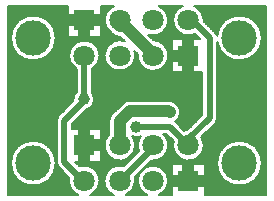
<source format=gtl>
G04 Layer_Physical_Order=1*
G04 Layer_Color=255*
%FSLAX24Y24*%
%MOIN*%
G70*
G01*
G75*
%ADD10C,0.0079*%
%ADD11C,0.0197*%
%ADD12C,0.0394*%
%ADD13C,0.0709*%
%ADD14C,0.1181*%
%ADD15R,0.0709X0.0709*%
%ADD16C,0.0394*%
D10*
X29947Y28425D02*
G03*
X29947Y28425I-748J0D01*
G01*
D02*
G03*
X29947Y28425I-748J0D01*
G01*
X29980Y28465D02*
G03*
X30056Y28283I256J0D01*
G01*
X29980Y28465D02*
G03*
X30055Y28284I256J0D01*
G01*
X30399Y27940D02*
G03*
X30703Y27362I501J-105D01*
G01*
X31097D02*
G03*
X31412Y27835I-197J472D01*
G01*
D02*
G03*
X30741Y28321I-512J0D01*
G01*
X32218Y28328D02*
G03*
X31884Y27362I-137J-493D01*
G01*
X32278D02*
G03*
X32593Y27835I-197J472D01*
G01*
X31727Y29385D02*
G03*
X32593Y29016I354J-369D01*
G01*
D02*
G03*
X32490Y29324I-512J0D01*
G01*
D02*
G03*
X32777Y29320I148J322D01*
G01*
X30055Y30023D02*
G03*
X29980Y29843I181J-181D01*
G01*
X30056Y30024D02*
G03*
X29980Y29843I181J-181D01*
G01*
X30644Y30810D02*
G03*
X30535Y30503I242J-259D01*
G01*
X29947Y32598D02*
G03*
X29947Y32598I-748J0D01*
G01*
D02*
G03*
X29947Y32598I-748J0D01*
G01*
X30960Y30205D02*
G03*
X31240Y30551I-75J346D01*
G01*
D02*
G03*
X31156Y30780I-354J0D01*
G01*
X31831Y30063D02*
G03*
X31727Y29813I251J-251D01*
G01*
X31831Y30064D02*
G03*
X31727Y29813I250J-251D01*
G01*
X32426Y30512D02*
G03*
X32175Y30408I0J-354D01*
G01*
X32426Y30512D02*
G03*
X32175Y30408I0J-354D01*
G01*
X31412Y32008D02*
G03*
X30644Y31565I-512J0D01*
G01*
X31156D02*
G03*
X31412Y32008I-256J443D01*
G01*
X31884Y33661D02*
G03*
X31828Y32744I197J-472D01*
G01*
X32241Y32494D02*
G03*
X32593Y32008I-160J-486D01*
G01*
X31828Y32744D02*
G03*
X32081Y32638I253J248D01*
G01*
X32593Y27835D02*
G03*
X32577Y27963I-512J0D01*
G01*
X33386Y27362D02*
G03*
X33701Y27835I-197J472D01*
G01*
D02*
G03*
X32992Y27362I-512J0D01*
G01*
X32777Y29320D02*
G03*
X32714Y28824I412J-304D01*
G01*
X33122Y28508D02*
G03*
X33701Y29016I67J507D01*
G01*
D02*
G03*
X33538Y29390I-512J0D01*
G01*
X33876Y29148D02*
G03*
X34882Y29016I494J-132D01*
G01*
D02*
G03*
X34805Y29286I-512J0D01*
G01*
X34321Y29525D02*
G03*
X34238Y29510I49J-509D01*
G01*
X36819Y28425D02*
G03*
X36819Y28425I-748J0D01*
G01*
D02*
G03*
X36819Y28425I-748J0D01*
G01*
X35259Y29740D02*
G03*
X35335Y29921I-181J181D01*
G01*
X35260Y29740D02*
G03*
X35335Y29921I-181J181D01*
G01*
X32593Y32008D02*
G03*
X32567Y32168I-512J0D01*
G01*
X32679Y32056D02*
G03*
X33701Y32008I510J-48D01*
G01*
D02*
G03*
X33218Y32519I-512J0D01*
G01*
X33929Y29818D02*
G03*
X34094Y30118I-189J300D01*
G01*
X33952Y30408D02*
G03*
X33701Y30512I-251J-250D01*
G01*
X34094Y30118D02*
G03*
X33991Y30369I-354J0D01*
G01*
X33951Y30408D02*
G03*
X33701Y30512I-251J-251D01*
G01*
X33929Y29818D02*
G03*
X34094Y30118I-189J300D01*
G01*
D02*
G03*
X33990Y30369I-354J0D01*
G01*
X33037Y32700D02*
G03*
X33701Y33189I152J489D01*
G01*
D02*
G03*
X33386Y33661I-512J0D01*
G01*
X34173D02*
G03*
X34589Y32726I197J-472D01*
G01*
X35335Y32466D02*
G03*
X36819Y32598I736J132D01*
G01*
X35335Y32466D02*
G03*
X36819Y32598I736J132D01*
G01*
X35326Y32665D02*
G03*
X35259Y32780I-247J-67D01*
G01*
X35326Y32665D02*
G03*
X35260Y32779I-247J-67D01*
G01*
X36819Y32598D02*
G03*
X35326Y32665I-748J0D01*
G01*
X36819Y32598D02*
G03*
X35326Y32665I-748J0D01*
G01*
X34881Y33158D02*
G03*
X34882Y33189I-511J31D01*
G01*
D02*
G03*
X34567Y33661I-512J0D01*
G01*
X28760Y27362D02*
Y27820D01*
X28701Y27362D02*
Y27867D01*
X28878Y27362D02*
Y27750D01*
X28819Y27362D02*
Y27781D01*
X28524Y27362D02*
Y28104D01*
X28465Y27362D02*
Y28285D01*
X28642Y27362D02*
Y27926D01*
X28583Y27362D02*
Y28002D01*
X29114Y27362D02*
Y27682D01*
X28346Y27520D02*
X30497D01*
X29232Y27362D02*
Y27678D01*
X29173Y27362D02*
Y27678D01*
X28996Y27362D02*
Y27705D01*
X28937Y27362D02*
Y27725D01*
X29350Y27362D02*
Y27693D01*
X29055Y27362D02*
Y27691D01*
X29291Y27362D02*
Y27683D01*
X28346Y28169D02*
X28496D01*
X28346Y28228D02*
X28478D01*
X28346Y28051D02*
X28551D01*
X28346Y28110D02*
X28521D01*
X28346Y28405D02*
X28451D01*
X28346Y28465D02*
X28452D01*
X28346Y28287D02*
X28464D01*
X28346Y28346D02*
X28455D01*
X28346Y27579D02*
X30457D01*
X28346Y27638D02*
X30428D01*
X29369Y27697D02*
X30407D01*
X28346D02*
X29029D01*
X28346Y27933D02*
X28636D01*
X28346Y27992D02*
X28589D01*
X28346Y27756D02*
X28865D01*
X28346Y27874D02*
X28694D01*
X28346Y27815D02*
X28767D01*
X29468Y27362D02*
Y27727D01*
X29409Y27362D02*
Y27707D01*
X29587Y27362D02*
Y27785D01*
X29527Y27362D02*
Y27753D01*
X29705Y27362D02*
Y27874D01*
X29646Y27362D02*
Y27825D01*
X29823Y27362D02*
Y28012D01*
X29764Y27362D02*
Y27934D01*
X30413Y27362D02*
Y27676D01*
X30354Y27362D02*
Y27985D01*
X30531Y27362D02*
Y27480D01*
X30472Y27362D02*
Y27553D01*
X29941Y27362D02*
Y28328D01*
X29882Y27362D02*
Y28119D01*
X30295Y27362D02*
Y28044D01*
X30000Y27362D02*
Y28366D01*
X30236Y27362D02*
Y28103D01*
X29902Y28169D02*
X30170D01*
X29921Y28228D02*
X30111D01*
X30118Y27362D02*
Y28221D01*
X30059Y27362D02*
Y28280D01*
X29934Y28287D02*
X30052D01*
X29943Y28346D02*
X30009D01*
X29947Y28405D02*
X29987D01*
X29946Y28465D02*
X29980D01*
X29533Y27756D02*
X30394D01*
X29632Y27815D02*
X30389D01*
X29705Y27874D02*
X30390D01*
X29763Y27933D02*
X30398D01*
X29809Y27992D02*
X30347D01*
X29847Y28051D02*
X30288D01*
X30177Y27362D02*
Y28162D01*
X29878Y28110D02*
X30229D01*
X30056Y28283D02*
X30399Y27940D01*
X28346Y28642D02*
X28483D01*
X28346Y28701D02*
X28504D01*
X28346Y28524D02*
X28458D01*
X28346Y28583D02*
X28468D01*
X28405Y27362D02*
Y33661D01*
X28346Y27362D02*
Y33661D01*
X28465Y28566D02*
Y32458D01*
X28524Y28746D02*
Y32277D01*
X28346Y28878D02*
X28604D01*
X28346Y28937D02*
X28654D01*
X28346Y28760D02*
X28530D01*
X28346Y28819D02*
X28563D01*
X28583Y28849D02*
Y32175D01*
X28642Y28924D02*
Y32100D01*
X28701Y28983D02*
Y32041D01*
X28346Y29114D02*
X28908D01*
X28346Y29173D02*
X29190D01*
X28346Y28996D02*
X28716D01*
X28346Y29055D02*
X28796D01*
X28760Y29031D02*
Y31993D01*
X28346Y29232D02*
X29980D01*
X28819Y29069D02*
Y31954D01*
X28878Y29101D02*
Y31923D01*
X28346Y29409D02*
X29980D01*
X28346Y29468D02*
X29980D01*
X28346Y29291D02*
X29980D01*
X28346Y29350D02*
X29980D01*
X28346Y29705D02*
X29980D01*
X28346Y29764D02*
X29980D01*
X28346Y29527D02*
X29980D01*
X28346Y29646D02*
X29980D01*
X28346Y29587D02*
X29980D01*
X29915Y28642D02*
X29980D01*
X29705Y28977D02*
Y32047D01*
X29980Y28465D02*
Y29843D01*
X29930Y28583D02*
X29980D01*
X29823Y28838D02*
Y32185D01*
X29764Y28916D02*
Y32108D01*
X29941Y28523D02*
Y32501D01*
X29882Y28731D02*
Y32293D01*
X29941Y28524D02*
X29980D01*
X29895Y28701D02*
X29980D01*
X29745Y28937D02*
X29980D01*
X29683Y28996D02*
X29980D01*
X29868Y28760D02*
X29980D01*
X29795Y28878D02*
X29980D01*
X29835Y28819D02*
X29980D01*
X29114Y29168D02*
Y31855D01*
X29173Y29173D02*
Y31851D01*
X29291Y29168D02*
Y31856D01*
X29232Y29172D02*
Y31851D01*
X28937Y29126D02*
Y31898D01*
X28996Y29145D02*
Y31879D01*
X29409Y29143D02*
Y31881D01*
X29055Y29159D02*
Y31864D01*
X29350Y29158D02*
Y31866D01*
X29491Y29114D02*
X29980D01*
X29209Y29173D02*
X29980D01*
X29603Y29055D02*
X29980D01*
X30492Y29567D02*
Y29737D01*
X29527Y29097D02*
Y31926D01*
X29468Y29123D02*
Y31901D01*
X29646Y29025D02*
Y31998D01*
X29587Y29065D02*
Y31958D01*
X30531Y29567D02*
Y29776D01*
X28346Y27362D02*
X30703D01*
X28346Y27402D02*
X30627D01*
X31181Y27362D02*
Y27407D01*
X30590Y27362D02*
Y27427D01*
X28346Y27461D02*
X30551D01*
X31240Y27362D02*
Y27452D01*
Y28217D02*
Y28465D01*
X31097Y27362D02*
X31884D01*
X31173Y27402D02*
X31808D01*
X31299Y27362D02*
Y27514D01*
X31249Y27461D02*
X31732D01*
X31299Y28155D02*
Y28465D01*
X31287Y28169D02*
X31694D01*
X31227Y28228D02*
X31754D01*
X30598Y28465D02*
X30741Y28321D01*
X30650Y28413D02*
Y28465D01*
X30716Y28346D02*
X30892D01*
X30709Y28354D02*
Y28465D01*
X30768Y28329D02*
Y28465D01*
X30827Y28341D02*
Y28465D01*
X30945Y28344D02*
Y28465D01*
X30886Y28346D02*
Y28465D01*
X30657Y28405D02*
X32296D01*
X30598Y28465D02*
X32355D01*
X31139Y28287D02*
X31842D01*
X30908Y28346D02*
X32073D01*
X31004Y28336D02*
Y28465D01*
X30598D02*
X31451D01*
X31181Y28262D02*
Y28465D01*
X31063Y28320D02*
Y28465D01*
X31122Y28296D02*
Y28465D01*
X31653Y27362D02*
Y27553D01*
X31303Y27520D02*
X31678D01*
X31772Y27362D02*
Y27427D01*
X31713Y27362D02*
Y27480D01*
X31417Y27362D02*
Y28465D01*
X31358Y27362D02*
Y27607D01*
X31594Y27362D02*
Y27676D01*
X32278Y27362D02*
X32992D01*
X32354Y27402D02*
X32916D01*
X32421Y27362D02*
Y27452D01*
X32362Y27362D02*
Y27407D01*
X32430Y27461D02*
X32840D01*
X32480Y27362D02*
Y27514D01*
X32524Y27579D02*
X32746D01*
X32484Y27520D02*
X32786D01*
X31372Y27638D02*
X31609D01*
X31393Y27697D02*
X31588D01*
X31406Y27756D02*
X31575D01*
X31411Y27815D02*
X31570D01*
X31364Y28051D02*
X31617D01*
X31358Y28063D02*
Y28465D01*
X31410Y27874D02*
X31571D01*
X31402Y27933D02*
X31579D01*
X31387Y27992D02*
X31594D01*
X31343Y27579D02*
X31638D01*
X31331Y28110D02*
X31650D01*
X32067Y28346D02*
Y28504D01*
X32089Y28346D02*
X32236D01*
X31949Y28329D02*
Y28521D01*
X31451Y28524D02*
X31941D01*
X32185Y28336D02*
Y28515D01*
X32008Y28341D02*
Y28509D01*
X32126Y28344D02*
Y28506D01*
X31451Y28996D02*
X31570D01*
X31451Y29055D02*
X31571D01*
X30590Y29567D02*
Y29835D01*
X30827Y29567D02*
Y30071D01*
X30768Y29567D02*
Y30012D01*
X31451Y28878D02*
X31588D01*
X31451Y28937D02*
X31575D01*
X31451Y28701D02*
X31678D01*
X31451Y28760D02*
X31638D01*
X31451Y29291D02*
X31650D01*
X31451Y29350D02*
X31694D01*
X31451Y29114D02*
X31579D01*
X31451Y29173D02*
X31594D01*
X31451Y29232D02*
X31617D01*
X30709Y29567D02*
Y29953D01*
X30650Y29567D02*
Y29894D01*
X30945Y29567D02*
Y30189D01*
X30886Y29567D02*
Y30130D01*
X31004Y29567D02*
Y30217D01*
X30492Y29737D02*
X30960Y30205D01*
X31122Y29567D02*
Y30287D01*
X31063Y29567D02*
Y30244D01*
X30492Y29646D02*
X31727D01*
X30492Y29705D02*
X31727D01*
X30492Y29567D02*
X31451D01*
X30492Y29587D02*
X31727D01*
X31240Y29567D02*
Y30550D01*
X31181Y29567D02*
Y30355D01*
X31417Y29567D02*
Y32638D01*
X31299Y29567D02*
Y31688D01*
X31358Y29567D02*
Y31780D01*
X31653Y28116D02*
Y28735D01*
X31713Y28190D02*
Y28661D01*
X31772Y28242D02*
Y28608D01*
X31831Y28281D02*
Y28569D01*
X31476Y27362D02*
Y33661D01*
X31451Y28465D02*
Y29567D01*
X31535Y27362D02*
Y33661D01*
X31594Y27993D02*
Y28857D01*
X31890Y28309D02*
Y28541D01*
X32221Y28524D02*
X32414D01*
X32244Y28354D02*
Y28531D01*
X32303Y28413D02*
Y28555D01*
X32218Y28328D02*
X32714Y28824D01*
X32362Y28472D02*
Y28588D01*
X32421Y28531D02*
Y28633D01*
X32354Y28583D02*
X32473D01*
X31451Y29409D02*
X31727D01*
X31451Y29468D02*
X31727D01*
X31451Y28642D02*
X31732D01*
X31451Y28819D02*
X31609D01*
X31594Y29174D02*
Y31849D01*
X31451Y29527D02*
X31727D01*
X31653Y29297D02*
Y31727D01*
X31713Y29371D02*
Y31653D01*
X31727Y29385D02*
Y29813D01*
X31451Y28583D02*
X31808D01*
X32430Y28642D02*
X32532D01*
X32480Y28590D02*
Y28695D01*
X32484Y28701D02*
X32591D01*
X32539Y28649D02*
Y28788D01*
X32524Y28760D02*
X32650D01*
X32512Y29291D02*
X32758D01*
X28346Y29941D02*
X30000D01*
X28346Y30000D02*
X30034D01*
X28346Y29823D02*
X29980D01*
X28346Y29882D02*
X29983D01*
X28346Y30177D02*
X30209D01*
X28346Y30236D02*
X30268D01*
X28346Y30059D02*
X30091D01*
X28346Y30118D02*
X30150D01*
X28346Y30413D02*
X30445D01*
X28346Y30472D02*
X30504D01*
X28346Y30295D02*
X30327D01*
X28346Y30354D02*
X30386D01*
X28346Y30709D02*
X30568D01*
X28346Y30768D02*
X30605D01*
X28346Y30531D02*
X30532D01*
X28346Y30590D02*
X30534D01*
X28346Y30650D02*
X30545D01*
X28346Y31535D02*
X30644D01*
X28346Y31594D02*
X30598D01*
X28346Y31417D02*
X30644D01*
X28346Y31476D02*
X30644D01*
X28346Y32185D02*
X28576D01*
X28346Y32244D02*
X28540D01*
X28346Y31653D02*
X30531D01*
X28346Y32126D02*
X28619D01*
X28346Y31004D02*
X30644D01*
X28346Y31063D02*
X30644D01*
X28346Y30886D02*
X30644D01*
X28346Y30945D02*
X30644D01*
X28346Y31299D02*
X30644D01*
X28346Y31358D02*
X30644D01*
X28346Y31122D02*
X30644D01*
X28346Y31240D02*
X30644D01*
X28346Y31181D02*
X30644D01*
X28346Y31831D02*
X30420D01*
X30413Y30382D02*
Y31849D01*
X28346Y31890D02*
X28960D01*
X28346Y31949D02*
X28828D01*
X30354Y30322D02*
Y32638D01*
X29439Y31890D02*
X30402D01*
X30056Y30024D02*
X30535Y30503D01*
X30531Y30500D02*
Y30550D01*
X30644Y30810D02*
Y31565D01*
X28346Y31713D02*
X30482D01*
X28346Y31772D02*
X30446D01*
X30472Y30441D02*
Y31727D01*
X30531Y30552D02*
Y31653D01*
X30590Y30747D02*
Y31600D01*
X28346Y32067D02*
X28673D01*
X28346Y32303D02*
X28512D01*
X29658Y32008D02*
X30388D01*
X28346D02*
X28740D01*
X28346Y32539D02*
X28454D01*
X28346Y32598D02*
X28451D01*
X28346Y32362D02*
X28489D01*
X28346Y32480D02*
X28461D01*
X28346Y32421D02*
X28472D01*
X29570Y31949D02*
X30392D01*
X29726Y32067D02*
X30392D01*
X29779Y32126D02*
X30402D01*
X29823Y32185D02*
X30420D01*
X29858Y32244D02*
X30446D01*
X29886Y32303D02*
X30482D01*
X29909Y32362D02*
X30531D01*
X30531Y32363D02*
Y32638D01*
X29926Y32421D02*
X30598D01*
X28346Y32776D02*
X28472D01*
X28346Y32835D02*
X28489D01*
X28346Y32657D02*
X28454D01*
X28346Y32716D02*
X28461D01*
X28346Y32894D02*
X28512D01*
X28346Y32953D02*
X28540D01*
X28465Y32739D02*
Y33661D01*
X28524Y32919D02*
Y33661D01*
X28346Y33130D02*
X28673D01*
X28346Y33189D02*
X28740D01*
X28346Y33012D02*
X28576D01*
X28346Y33071D02*
X28619D01*
X28583Y33022D02*
Y33661D01*
X28642Y33097D02*
Y33661D01*
X28701Y33156D02*
Y33661D01*
X28346Y33248D02*
X28828D01*
X28346Y33307D02*
X28960D01*
X28760Y33204D02*
Y33661D01*
X28819Y33243D02*
Y33661D01*
X28878Y33274D02*
Y33661D01*
X28937Y33299D02*
Y33661D01*
X28996Y33318D02*
Y33661D01*
X29055Y33332D02*
Y33661D01*
X28346Y33484D02*
X30349D01*
X28346Y33543D02*
X30349D01*
X28346Y33366D02*
X30349D01*
X28346Y33425D02*
X30349D01*
X28346Y33602D02*
X30349D01*
X28346Y33661D02*
X30349D01*
X29114Y33342D02*
Y33661D01*
X29173Y33346D02*
Y33661D01*
X28346D02*
X30349D01*
X30118Y30086D02*
Y33661D01*
X30177Y30145D02*
Y33661D01*
X30236Y30204D02*
Y33661D01*
X30295Y30263D02*
Y33661D01*
X29941Y32696D02*
Y33661D01*
X29882Y32904D02*
Y33661D01*
X30000Y29941D02*
Y33661D01*
X30059Y30027D02*
Y33661D01*
X30413Y32166D02*
Y32638D01*
X29945Y32657D02*
X30349D01*
X30472Y32289D02*
Y32638D01*
X30590Y32415D02*
Y32638D01*
X29909Y32835D02*
X30349D01*
X29887Y32894D02*
X30349D01*
Y32638D02*
Y33661D01*
X29926Y32776D02*
X30349D01*
X29938Y32716D02*
X30349D01*
X29587Y33238D02*
Y33661D01*
X29527Y33271D02*
Y33661D01*
X29705Y33150D02*
Y33661D01*
X29646Y33199D02*
Y33661D01*
X29291Y33341D02*
Y33661D01*
X29232Y33346D02*
Y33661D01*
X29468Y33296D02*
Y33661D01*
X29350Y33331D02*
Y33661D01*
X29409Y33316D02*
Y33661D01*
X29779Y33071D02*
X30349D01*
X29726Y33130D02*
X30349D01*
X29858Y32953D02*
X30349D01*
X29823Y33012D02*
X30349D01*
X29570Y33248D02*
X30349D01*
X29439Y33307D02*
X30349D01*
X29823Y33012D02*
Y33661D01*
X29764Y33089D02*
Y33661D01*
X29658Y33189D02*
X30349D01*
X30519Y29764D02*
X31727D01*
X30578Y29823D02*
X31727D01*
X30637Y29882D02*
X31734D01*
X30696Y29941D02*
X31751D01*
X30756Y30000D02*
X31780D01*
X31181Y30747D02*
Y31580D01*
X30815Y30059D02*
X31826D01*
X30874Y30118D02*
X31885D01*
X30933Y30177D02*
X31944D01*
X31048Y30236D02*
X32003D01*
X31131Y30295D02*
X32062D01*
X31180Y30354D02*
X32121D01*
X31212Y30413D02*
X32181D01*
X31203Y30709D02*
X34823D01*
X31226Y30650D02*
X34823D01*
X28346Y30827D02*
X30644D01*
X31156Y30886D02*
X34823D01*
X31156Y30945D02*
X34823D01*
X31156Y31004D02*
X34823D01*
X31156Y31476D02*
X33819D01*
X31156Y31535D02*
X31884D01*
X31156Y30780D02*
Y31565D01*
X31202Y31594D02*
X31779D01*
X31156Y31063D02*
X34823D01*
X31156Y31122D02*
X34823D01*
X31166Y30768D02*
X34823D01*
X31156Y30827D02*
X34823D01*
X31156Y31358D02*
X34823D01*
X31156Y31417D02*
X34823D01*
X31156Y31181D02*
X34823D01*
X31156Y31299D02*
X34823D01*
X31156Y31240D02*
X34823D01*
X32008Y30241D02*
Y31501D01*
X32067Y30300D02*
Y31496D01*
X31772Y29985D02*
Y31600D01*
X31831Y30063D02*
Y31562D01*
X31890Y30122D02*
Y31533D01*
X31949Y30182D02*
Y31513D01*
X31831Y30064D02*
X32175Y30408D01*
X31231Y30472D02*
X32263D01*
X32126Y30359D02*
Y31498D01*
X32185Y30417D02*
Y31507D01*
X32244Y30462D02*
Y31523D01*
X32303Y30490D02*
Y31547D01*
X32362Y30506D02*
Y31580D01*
X31240Y30552D02*
Y31625D01*
X31269Y31653D02*
X31712D01*
X32421Y30512D02*
Y31625D01*
X31318Y31713D02*
X31663D01*
X31354Y31772D02*
X31627D01*
X31380Y31831D02*
X31601D01*
X31398Y31890D02*
X31583D01*
X31412Y32008D02*
X31569D01*
X31408Y31949D02*
X31573D01*
X31240Y30531D02*
X34823D01*
X31238Y30590D02*
X34823D01*
X32426Y30512D02*
X33701D01*
X32278Y31535D02*
X32992D01*
X32383Y31594D02*
X32887D01*
X32450Y31653D02*
X32820D01*
X32480Y30512D02*
Y31688D01*
X32535Y31772D02*
X32735D01*
X32499Y31713D02*
X32771D01*
X29938Y32480D02*
X30703D01*
X30650Y32454D02*
Y32638D01*
X31122Y32469D02*
Y32638D01*
X31240Y32390D02*
Y32638D01*
X31181Y32436D02*
Y32638D01*
X31358Y32236D02*
Y32638D01*
X31299Y32328D02*
Y32638D01*
X31380Y32185D02*
X31601D01*
X31408Y32067D02*
X31573D01*
X31398Y32126D02*
X31583D01*
X31202Y32421D02*
X31779D01*
X31097Y32480D02*
X31884D01*
X31354Y32244D02*
X31627D01*
X31318Y32303D02*
X31663D01*
X31269Y32362D02*
X31712D01*
X30709Y32483D02*
Y32638D01*
X30768Y32502D02*
Y32638D01*
X30827Y32514D02*
Y32638D01*
X30886Y32519D02*
Y32638D01*
X31004Y32509D02*
Y32638D01*
X30945Y32518D02*
Y32638D01*
X29945Y32539D02*
X32196D01*
X29947Y32598D02*
X32137D01*
X31063Y32493D02*
Y32638D01*
X30349D02*
X31451D01*
Y32716D02*
X31858D01*
X31451Y32657D02*
X31965D01*
X31451Y33366D02*
X31601D01*
X31451Y33425D02*
X31627D01*
X31713Y32363D02*
Y32834D01*
X31451Y32776D02*
X31779D01*
X31772Y32415D02*
Y32781D01*
X31831Y32454D02*
Y32741D01*
X31451Y32638D02*
Y33661D01*
X31594Y32166D02*
Y33031D01*
X31653Y32289D02*
Y32908D01*
X32097Y32638D02*
X32241Y32494D01*
X32185Y32509D02*
Y32550D01*
X32126Y32518D02*
Y32609D01*
X31890Y32483D02*
Y32694D01*
X31949Y32502D02*
Y32663D01*
X32008Y32514D02*
Y32645D01*
X32067Y32519D02*
Y32638D01*
X31451Y33071D02*
X31583D01*
X31451Y33130D02*
X31573D01*
X31451Y32953D02*
X31627D01*
X31451Y33012D02*
X31601D01*
X31451Y33189D02*
X31569D01*
X31451Y33248D02*
X31573D01*
X31451Y33307D02*
X31583D01*
X31594Y33347D02*
Y33661D01*
X31653Y33470D02*
Y33661D01*
X31451Y33484D02*
X31663D01*
X31451Y33543D02*
X31712D01*
X31451Y32835D02*
X31712D01*
X31451Y32894D02*
X31663D01*
X31451Y33602D02*
X31779D01*
X31451Y33661D02*
X31884D01*
X31713Y33544D02*
Y33661D01*
X31772Y33597D02*
Y33661D01*
X31451D02*
X31884D01*
X32539Y27362D02*
Y27607D01*
X32587Y27756D02*
X32683D01*
X32593Y27815D02*
X32678D01*
X32591Y27874D02*
X32679D01*
X32583Y27933D02*
X32687D01*
X32657Y27362D02*
Y28044D01*
X32598Y27362D02*
Y27984D01*
X32835Y27362D02*
Y27465D01*
X32776Y27362D02*
Y27533D01*
X33386Y27362D02*
X33819D01*
X32894D02*
Y27417D01*
X32554Y27638D02*
X32717D01*
X32574Y27697D02*
X32696D01*
X32716Y27362D02*
Y27638D01*
X32606Y27992D02*
X32702D01*
X32665Y28051D02*
X32725D01*
X32716Y28031D02*
Y28103D01*
X32724Y28110D02*
X32758D01*
X32901Y28287D02*
X32950D01*
X32953Y28289D02*
Y28339D01*
X33012Y28315D02*
Y28398D01*
X33071Y28333D02*
Y28457D01*
X32960Y28346D02*
X33181D01*
X33189Y28346D02*
Y28504D01*
X33248Y28343D02*
Y28507D01*
X33197Y28346D02*
X33819D01*
X32577Y27963D02*
X33122Y28508D01*
X33130Y28343D02*
Y28507D01*
X33366Y28315D02*
Y28536D01*
X33307Y28333D02*
Y28518D01*
X33329Y28524D02*
X34230D01*
X33484Y27362D02*
Y27417D01*
X33462Y27402D02*
X33819D01*
X33543Y27362D02*
Y27465D01*
X33538Y27461D02*
X33819D01*
X33602Y27362D02*
Y27533D01*
X33592Y27520D02*
X33819D01*
Y27362D02*
Y28386D01*
X33661Y27362D02*
Y27638D01*
X33632Y27579D02*
X33819D01*
X33661Y27638D02*
X33819D01*
X33682Y27697D02*
X33819D01*
X33695Y27756D02*
X33819D01*
X33699Y27874D02*
X33819D01*
X33691Y27933D02*
X33819D01*
X33700Y27815D02*
X33819D01*
X33620Y28110D02*
X33819D01*
X33576Y28169D02*
X33819D01*
X33676Y27992D02*
X33819D01*
X33653Y28051D02*
X33819D01*
X33428Y28287D02*
X33819D01*
X33425Y28289D02*
Y28562D01*
X33516Y28228D02*
X33819D01*
X33462Y28583D02*
X34097D01*
X34134Y28386D02*
Y28562D01*
X34370Y28386D02*
Y28504D01*
X34311Y28386D02*
Y28507D01*
X34488Y28386D02*
Y28518D01*
X34429Y28386D02*
Y28507D01*
X34252Y28386D02*
Y28518D01*
X34193Y28386D02*
Y28536D01*
X34665Y28386D02*
Y28598D01*
X34547Y28386D02*
Y28536D01*
X34606Y28386D02*
Y28562D01*
X32554Y28819D02*
X32709D01*
X32574Y28878D02*
X32696D01*
X33543Y28204D02*
Y28646D01*
X33484Y28253D02*
Y28598D01*
X32598Y28708D02*
Y29294D01*
X32587Y28937D02*
X32683D01*
X32657Y28767D02*
Y29292D01*
X33538Y28642D02*
X34021D01*
X33592Y28701D02*
X33967D01*
X33602Y28137D02*
Y28714D01*
X33632Y28760D02*
X33927D01*
X33661Y28032D02*
Y28819D01*
X33661Y28819D02*
X33898D01*
X33695Y28937D02*
X33864D01*
X33682Y28878D02*
X33877D01*
X32583Y29114D02*
X32687D01*
X32568Y29173D02*
X32702D01*
X32593Y28996D02*
X32678D01*
X32591Y29055D02*
X32679D01*
X32545Y29232D02*
X32725D01*
X32539Y29244D02*
Y29305D01*
X32716Y29212D02*
Y29300D01*
X33602Y29318D02*
Y29390D01*
X33653Y29232D02*
X33792D01*
X33620Y29291D02*
X33733D01*
X33691Y29114D02*
X33868D01*
X33676Y29173D02*
X33851D01*
X33538Y29390D02*
X33634D01*
X33876Y29148D01*
X33661Y29213D02*
Y29363D01*
X33576Y29350D02*
X33674D01*
X33898Y28386D02*
Y28819D01*
X33700Y28996D02*
X33859D01*
X34016Y28386D02*
Y28646D01*
X33957Y28386D02*
Y28714D01*
X33720Y27362D02*
Y29304D01*
X33699Y29055D02*
X33860D01*
X33779Y27362D02*
Y29244D01*
X33839Y28386D02*
Y29185D01*
X34724Y28386D02*
Y28646D01*
X34075Y28386D02*
Y28598D01*
X34842Y28386D02*
Y28819D01*
X34783Y28386D02*
Y28714D01*
X33929Y29818D02*
X34238Y29510D01*
X34842Y29213D02*
Y29323D01*
X34016Y29732D02*
Y29895D01*
X33957Y29791D02*
Y29838D01*
X34220Y29527D02*
X34323D01*
X34075Y29673D02*
Y30001D01*
X34193Y29555D02*
Y31457D01*
X34134Y29614D02*
Y31457D01*
X34252Y29514D02*
Y31457D01*
X34311Y29524D02*
Y31457D01*
X34370Y29574D02*
Y31457D01*
X34043Y29705D02*
X34500D01*
X33984Y29764D02*
X34559D01*
X34161Y29587D02*
X34382D01*
X34102Y29646D02*
X34441D01*
X34321Y29525D02*
X34823Y30027D01*
X34429Y29633D02*
Y31457D01*
X34488Y29693D02*
Y31457D01*
X34547Y29752D02*
Y31457D01*
X34606Y29811D02*
Y31457D01*
X35551Y27362D02*
Y27887D01*
X35492Y27362D02*
Y27951D01*
X35669Y27362D02*
Y27794D01*
X35610Y27362D02*
Y27836D01*
X34921Y27362D02*
Y28386D01*
X35433Y27362D02*
Y28034D01*
X35374Y27362D02*
Y28153D01*
X34921Y27461D02*
X36969D01*
X34921Y27520D02*
X36969D01*
X34921Y27362D02*
X36969D01*
X34921Y27402D02*
X36969D01*
X34921Y27579D02*
X36969D01*
X34921Y27638D02*
X36969D01*
X35728Y27362D02*
Y27760D01*
X34921Y27756D02*
X35737D01*
X34921Y27697D02*
X35901D01*
X34921Y28346D02*
X35327D01*
X33819Y28386D02*
X34921D01*
Y28228D02*
X35349D01*
X34921Y28287D02*
X35336D01*
X33019Y28405D02*
X35323D01*
X33078Y28465D02*
X35324D01*
X34510Y28524D02*
X35329D01*
X34643Y28583D02*
X35340D01*
X34921Y27933D02*
X35508D01*
X34921Y27992D02*
X35461D01*
X34921Y27815D02*
X35638D01*
X34921Y27874D02*
X35565D01*
X34719Y28642D02*
X35355D01*
X34773Y28701D02*
X35375D01*
X34921Y28051D02*
X35423D01*
X34921Y28169D02*
X35368D01*
X34921Y28110D02*
X35392D01*
X36024Y27362D02*
Y27679D01*
X35965Y27362D02*
Y27685D01*
X36201Y27362D02*
Y27689D01*
X36142Y27362D02*
Y27681D01*
X35846Y27362D02*
Y27712D01*
X35787Y27362D02*
Y27733D01*
X36260Y27362D02*
Y27701D01*
X35905Y27362D02*
Y27696D01*
X36378Y27362D02*
Y27743D01*
X36319Y27362D02*
Y27719D01*
X36496Y27362D02*
Y27810D01*
X36437Y27362D02*
Y27773D01*
X36614Y27362D02*
Y27911D01*
X36555Y27362D02*
Y27855D01*
X36791Y27362D02*
Y28224D01*
X36673Y27362D02*
Y27982D01*
X36732Y27362D02*
Y28076D01*
X36083Y27362D02*
Y27677D01*
X36241Y27697D02*
X36969D01*
X36405Y27756D02*
X36969D01*
X36503Y27815D02*
X36969D01*
X36577Y27874D02*
X36969D01*
X36634Y27933D02*
X36969D01*
X36681Y27992D02*
X36969D01*
X36749Y28110D02*
X36969D01*
X36719Y28051D02*
X36969D01*
X36774Y28169D02*
X36969D01*
X36793Y28228D02*
X36969D01*
X36806Y28287D02*
X36969D01*
X36815Y28346D02*
X36969D01*
X36802Y28583D02*
X36969D01*
X36787Y28642D02*
X36969D01*
X36819Y28405D02*
X36969D01*
X36812Y28524D02*
X36969D01*
X36818Y28465D02*
X36969D01*
X34961Y27362D02*
Y29441D01*
X34902Y28386D02*
Y29382D01*
X35079Y27362D02*
Y29559D01*
X35020Y27362D02*
Y29500D01*
X35197Y27362D02*
Y29677D01*
X35138Y27362D02*
Y29618D01*
X35315Y27362D02*
Y29823D01*
X35256Y27362D02*
Y29736D01*
X34813Y28760D02*
X35402D01*
X34843Y28819D02*
X35435D01*
X34863Y28878D02*
X35475D01*
X34876Y28937D02*
X35525D01*
X35374Y28697D02*
Y32327D01*
X35433Y28816D02*
Y32208D01*
X35492Y28899D02*
Y32125D01*
X34872Y29114D02*
X35779D01*
X34857Y29173D02*
X36062D01*
X34882Y28996D02*
X35587D01*
X34880Y29055D02*
X35667D01*
X34805Y29286D02*
X35259Y29740D01*
X34811Y29291D02*
X36969D01*
X34834Y29232D02*
X36969D01*
X34870Y29350D02*
X36969D01*
X34929Y29409D02*
X36969D01*
X34988Y29468D02*
X36969D01*
X35047Y29527D02*
X36969D01*
X35106Y29587D02*
X36969D01*
X35165Y29646D02*
X36969D01*
X35280Y29764D02*
X36969D01*
X35224Y29705D02*
X36969D01*
X35551Y28963D02*
Y32060D01*
X35610Y29015D02*
Y32009D01*
X36614Y28939D02*
Y32084D01*
X36555Y28995D02*
Y32028D01*
X36732Y28775D02*
Y32249D01*
X36673Y28869D02*
Y32155D01*
X36850Y27362D02*
Y33661D01*
X36791Y28627D02*
Y32397D01*
X36707Y28819D02*
X36969D01*
X36666Y28878D02*
X36969D01*
X36766Y28701D02*
X36969D01*
X36740Y28760D02*
X36969D01*
X36616Y28937D02*
X36969D01*
X36554Y28996D02*
X36969D01*
Y27362D02*
Y33661D01*
X36909Y27362D02*
Y33661D01*
X36968Y27362D02*
Y33661D01*
X35965Y29166D02*
Y31858D01*
X36024Y29172D02*
Y31852D01*
X36142Y29170D02*
Y31854D01*
X36083Y29173D02*
Y31850D01*
X35669Y29056D02*
Y31967D01*
X35728Y29090D02*
Y31933D01*
X35787Y29117D02*
Y31906D01*
X35846Y29139D02*
Y31885D01*
X35905Y29155D02*
Y31869D01*
X36201Y29162D02*
Y31862D01*
X36080Y29173D02*
X36969D01*
X36474Y29055D02*
X36969D01*
X36362Y29114D02*
X36969D01*
X36319Y29131D02*
Y31893D01*
X36260Y29149D02*
Y31875D01*
X36496Y29041D02*
Y31983D01*
X36378Y29107D02*
Y31916D01*
X36437Y29078D02*
Y31946D01*
X32835Y30512D02*
Y31639D01*
X32776Y30512D02*
Y31706D01*
X32953Y30512D02*
Y31554D01*
X32894Y30512D02*
Y31590D01*
X32598Y30512D02*
Y32137D01*
X32539Y30512D02*
Y31780D01*
X32716Y30512D02*
Y31811D01*
X32657Y30512D02*
Y32078D01*
X33130Y30512D02*
Y31499D01*
X33071Y30512D02*
Y31510D01*
X33248Y30512D02*
Y31499D01*
X33189Y30512D02*
Y31496D01*
X33366Y30512D02*
Y31528D01*
X33012Y30512D02*
Y31528D01*
X33543Y30512D02*
Y31638D01*
X33425Y30512D02*
Y31554D01*
X33484Y30512D02*
Y31590D01*
X32561Y31831D02*
X32709D01*
X32579Y31890D02*
X32691D01*
X32589Y31949D02*
X32681D01*
X32593Y32008D02*
X32677D01*
X32567Y32168D02*
X32679Y32056D01*
X32589Y32067D02*
X32668D01*
X32579Y32126D02*
X32609D01*
X33307Y30512D02*
Y31510D01*
X33386Y31535D02*
X33819D01*
X33491Y31594D02*
X33819D01*
X33558Y31653D02*
X33819D01*
X33558Y32362D02*
X33819D01*
X33386Y32480D02*
X33819D01*
X33491Y32421D02*
X33819D01*
X33952Y30408D02*
X33990Y30369D01*
X33957Y30403D02*
Y31457D01*
X34075Y30235D02*
Y31457D01*
X34016Y30341D02*
Y31457D01*
X33936Y29823D02*
X34618D01*
X34004Y29882D02*
X34677D01*
X34047Y29941D02*
X34736D01*
X34074Y30000D02*
X34796D01*
X34665Y29870D02*
Y31457D01*
X34724Y29929D02*
Y31457D01*
X34783Y29988D02*
Y31457D01*
X33602Y30512D02*
Y31706D01*
X33607Y31713D02*
X33819D01*
X33661Y30512D02*
Y31811D01*
X33643Y31772D02*
X33819D01*
X33669Y31831D02*
X33819D01*
X33643Y32244D02*
X33819D01*
X33687Y31890D02*
X33819D01*
X33669Y32185D02*
X33819D01*
X33697Y31949D02*
X33819D01*
X33839Y30484D02*
Y31457D01*
X33701Y32008D02*
X33819D01*
X33946Y30413D02*
X34823D01*
X33898Y30452D02*
Y31457D01*
X33687Y32126D02*
X33819D01*
X33607Y32303D02*
X33819D01*
X33697Y32067D02*
X33819D01*
X33189Y32548D02*
Y32677D01*
X33130Y32607D02*
Y32681D01*
X33307Y32506D02*
Y32691D01*
X33248Y32516D02*
Y32681D01*
X33366Y32488D02*
Y32709D01*
X33037Y32700D02*
X33218Y32519D01*
X33484Y32426D02*
Y32771D01*
X33425Y32462D02*
Y32735D01*
X33139Y32598D02*
X34717D01*
X33080Y32657D02*
X34658D01*
X33198Y32539D02*
X33819D01*
X33386Y32716D02*
X34173D01*
X33491Y32776D02*
X34068D01*
X33661Y32205D02*
Y32992D01*
X33543Y32377D02*
Y32820D01*
X33602Y32310D02*
Y32887D01*
X33669Y33012D02*
X33890D01*
X33543Y33558D02*
Y33661D01*
X33687Y33071D02*
X33872D01*
X33669Y33366D02*
X33890D01*
X33484Y33607D02*
Y33661D01*
X33661Y33386D02*
Y33661D01*
X33602Y33491D02*
Y33661D01*
X33558Y32835D02*
X34001D01*
X33607Y32894D02*
X33952D01*
X33643Y32953D02*
X33916D01*
X33643Y33425D02*
X33916D01*
X33386Y33661D02*
X34173D01*
X33386Y33661D02*
X34173D01*
X33607Y33484D02*
X33952D01*
X33558Y33543D02*
X34001D01*
X33491Y33602D02*
X34068D01*
X33819Y31457D02*
Y32559D01*
X33957D02*
Y32887D01*
X34075Y32559D02*
Y32771D01*
X34016Y32559D02*
Y32820D01*
X33779Y30503D02*
Y33661D01*
X33720Y30511D02*
Y33661D01*
X33898Y32559D02*
Y32992D01*
X33839Y32559D02*
Y33661D01*
X33819Y32559D02*
X34756D01*
X34724D02*
Y32591D01*
X34665Y32559D02*
Y32650D01*
X34193Y32559D02*
Y32709D01*
X34134Y32559D02*
Y32735D01*
X34606Y32559D02*
Y32709D01*
X34252Y32559D02*
Y32691D01*
X34589Y32726D02*
X34756Y32559D01*
X33697Y33130D02*
X33862D01*
X33697Y33248D02*
X33862D01*
X34311Y32559D02*
Y32681D01*
X33701Y33189D02*
X33858D01*
X33687Y33307D02*
X33872D01*
X33898Y33386D02*
Y33661D01*
X33957Y33491D02*
Y33661D01*
X34016Y33558D02*
Y33661D01*
X34075Y33607D02*
Y33661D01*
X34429Y32559D02*
Y32681D01*
X34370Y32559D02*
Y32677D01*
X34547Y32559D02*
Y32709D01*
X34488Y32559D02*
Y32691D01*
X34567Y32716D02*
X34599D01*
X34783Y33491D02*
Y33661D01*
X34665Y33607D02*
Y33661D01*
X34724Y33558D02*
Y33661D01*
X34090Y30059D02*
X34823D01*
X34090Y30177D02*
X34823D01*
X35335Y30000D02*
X36969D01*
X34094Y30118D02*
X34823D01*
X34047Y30295D02*
X34823D01*
X34004Y30354D02*
X34823D01*
Y30027D02*
Y31457D01*
X34074Y30236D02*
X34823D01*
X35315Y29823D02*
X36969D01*
X35332Y29882D02*
X36969D01*
X35335Y29941D02*
X36969D01*
X35335Y30059D02*
X36969D01*
X35335Y30295D02*
X36969D01*
X35335Y30354D02*
X36969D01*
X35335Y30118D02*
X36969D01*
X35335Y30236D02*
X36969D01*
X35335Y30177D02*
X36969D01*
X35335Y30413D02*
X36969D01*
X33863Y30472D02*
X34823D01*
X35335Y30531D02*
X36969D01*
X35335Y30650D02*
X36969D01*
X35335Y30827D02*
X36969D01*
X33819Y31457D02*
X34823D01*
X35335Y30709D02*
X36969D01*
X35335Y30768D02*
X36969D01*
X35335Y30945D02*
X36969D01*
X35335Y31004D02*
X36969D01*
X35335Y30590D02*
X36969D01*
X35335Y30886D02*
X36969D01*
X35335Y31240D02*
X36969D01*
X35335Y31299D02*
X36969D01*
X35335Y31063D02*
X36969D01*
X35335Y31181D02*
X36969D01*
X35335Y31122D02*
X36969D01*
X35335Y31535D02*
X36969D01*
X35335Y31890D02*
X35832D01*
X35335Y31417D02*
X36969D01*
X35335Y31476D02*
X36969D01*
X35335Y29921D02*
Y32466D01*
Y31949D02*
X35700D01*
X35335Y31594D02*
X36969D01*
X35335Y31653D02*
X36969D01*
X35335Y30472D02*
X36969D01*
X35335Y31358D02*
X36969D01*
X35335Y31713D02*
X36969D01*
X35335Y31772D02*
X36969D01*
X35335Y31831D02*
X36969D01*
X36442Y31949D02*
X36969D01*
X36310Y31890D02*
X36969D01*
X35335Y32008D02*
X35612D01*
X35335Y32067D02*
X35545D01*
X36530Y32008D02*
X36969D01*
X35335Y32126D02*
X35491D01*
X35335Y32185D02*
X35447D01*
X35335Y32244D02*
X35412D01*
X36651Y32126D02*
X36969D01*
X35335Y32303D02*
X35384D01*
X36694Y32185D02*
X36969D01*
X36597Y32067D02*
X36969D01*
X36730Y32244D02*
X36969D01*
X36758Y32303D02*
X36969D01*
X36781Y32362D02*
X36969D01*
X36798Y32421D02*
X36969D01*
X36809Y32480D02*
X36969D01*
X36817Y32539D02*
X36969D01*
X36817Y32657D02*
X36969D01*
X36819Y32598D02*
X36969D01*
X34881Y33158D02*
X35259Y32780D01*
X35079Y32960D02*
Y33661D01*
X35138Y32901D02*
Y33661D01*
X35197Y32842D02*
Y33661D01*
X35020Y33019D02*
Y33661D01*
X35315Y32697D02*
Y33661D01*
X35256Y32783D02*
Y33661D01*
X35204Y32835D02*
X35361D01*
X35145Y32894D02*
X35384D01*
X35263Y32776D02*
X35344D01*
X35086Y32953D02*
X35412D01*
X35027Y33012D02*
X35447D01*
X35374Y32870D02*
Y33661D01*
X34882Y33189D02*
X35612D01*
X34968Y33071D02*
X35491D01*
X34909Y33130D02*
X35544D01*
X34842Y33386D02*
Y33661D01*
X34961Y33079D02*
Y33661D01*
X34902Y33138D02*
Y33661D01*
X34850Y33366D02*
X36969D01*
X34824Y33425D02*
X36969D01*
X34878Y33248D02*
X35700D01*
X34868Y33307D02*
X35831D01*
X34567Y33661D02*
X36969D01*
X34567Y33661D02*
X36969D01*
X34788Y33484D02*
X36969D01*
X34672Y33602D02*
X36969D01*
X34739Y33543D02*
X36969D01*
X36614Y33113D02*
Y33661D01*
X36555Y33169D02*
Y33661D01*
X36732Y32948D02*
Y33661D01*
X36673Y33042D02*
Y33661D01*
X35433Y32989D02*
Y33661D01*
X35492Y33072D02*
Y33661D01*
X35551Y33136D02*
Y33661D01*
X35610Y33188D02*
Y33661D01*
X36781Y32835D02*
X36969D01*
X36758Y32894D02*
X36969D01*
X36810Y32716D02*
X36969D01*
X36798Y32776D02*
X36969D01*
X36651Y33071D02*
X36969D01*
X36597Y33130D02*
X36969D01*
X36791Y32800D02*
Y33661D01*
X36694Y33012D02*
X36969D01*
X36730Y32953D02*
X36969D01*
X35965Y33339D02*
Y33661D01*
X36024Y33345D02*
Y33661D01*
X36142Y33343D02*
Y33661D01*
X36083Y33346D02*
Y33661D01*
X35669Y33229D02*
Y33661D01*
X35728Y33263D02*
Y33661D01*
X35787Y33291D02*
Y33661D01*
X35846Y33312D02*
Y33661D01*
X35905Y33328D02*
Y33661D01*
X36319Y33304D02*
Y33661D01*
X36311Y33307D02*
X36969D01*
X36530Y33189D02*
X36969D01*
X36442Y33248D02*
X36969D01*
X36260Y33322D02*
Y33661D01*
X36201Y33335D02*
Y33661D01*
X36496Y33214D02*
Y33661D01*
X36378Y33281D02*
Y33661D01*
X36437Y33251D02*
Y33661D01*
D11*
X30236Y29843D02*
X30900Y30506D01*
X34370Y29213D02*
X35079Y29921D01*
X34370Y33189D02*
X34488D01*
X35079Y32598D01*
Y29921D02*
Y32598D01*
X32081Y28031D02*
X32283D01*
X30236Y28465D02*
Y29843D01*
X32283Y28031D02*
X33248Y28996D01*
X30236Y28465D02*
X30866Y27835D01*
X30900D01*
X32638Y29646D02*
X33740D01*
X34370Y29016D01*
X30900Y30551D02*
Y31811D01*
D12*
X32081Y32992D02*
X32244D01*
X33189Y32047D01*
X33701Y30157D02*
X33740Y30118D01*
X32426Y30157D02*
X33701D01*
X32081Y29813D02*
X32426Y30157D01*
X32081Y29016D02*
Y29813D01*
X30900Y28504D02*
Y29016D01*
X31412D01*
X30900D02*
Y29528D01*
Y32677D02*
Y33189D01*
X30388D02*
X30900D01*
X31412D01*
X34370Y27835D02*
Y28346D01*
X33858Y27835D02*
X34370D01*
X34882D01*
X34370Y31496D02*
Y32008D01*
X33858D02*
X34370D01*
Y32520D01*
D13*
X32081Y29016D02*
D03*
Y27835D02*
D03*
X30900D02*
D03*
X32081Y33189D02*
D03*
Y32008D02*
D03*
X30900D02*
D03*
X33189Y32008D02*
D03*
Y33189D02*
D03*
X34370D02*
D03*
X33189Y27835D02*
D03*
Y29016D02*
D03*
X34370D02*
D03*
D14*
X29199Y28425D02*
D03*
Y32598D02*
D03*
X36071Y32598D02*
D03*
Y28425D02*
D03*
D15*
X30900Y29016D02*
D03*
Y33189D02*
D03*
X34370Y32008D02*
D03*
Y27835D02*
D03*
D16*
X35787Y31260D02*
D03*
X34392Y29941D02*
D03*
X29921Y31220D02*
D03*
X35157Y33425D02*
D03*
X32638Y29646D02*
D03*
X29173Y29823D02*
D03*
X30886Y30551D02*
D03*
X31496Y31476D02*
D03*
X33740Y30118D02*
D03*
X34567Y30768D02*
D03*
X31004Y29882D02*
D03*
M02*

</source>
